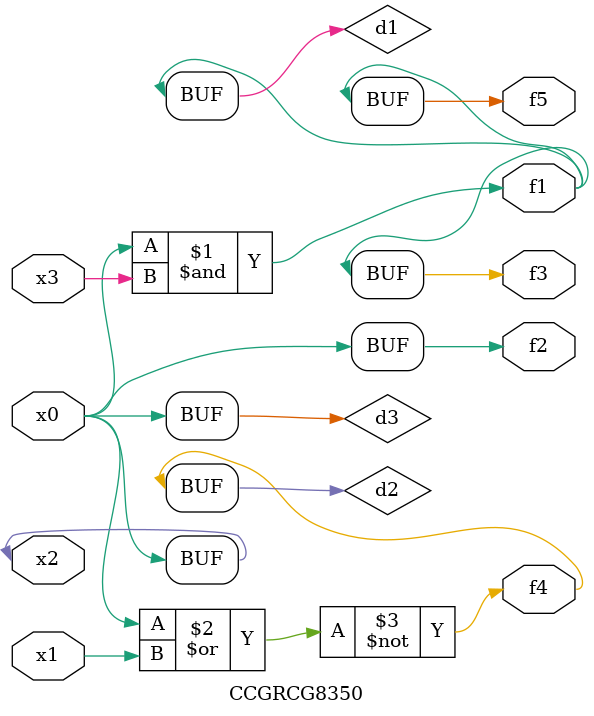
<source format=v>
module CCGRCG8350(
	input x0, x1, x2, x3,
	output f1, f2, f3, f4, f5
);

	wire d1, d2, d3;

	and (d1, x2, x3);
	nor (d2, x0, x1);
	buf (d3, x0, x2);
	assign f1 = d1;
	assign f2 = d3;
	assign f3 = d1;
	assign f4 = d2;
	assign f5 = d1;
endmodule

</source>
